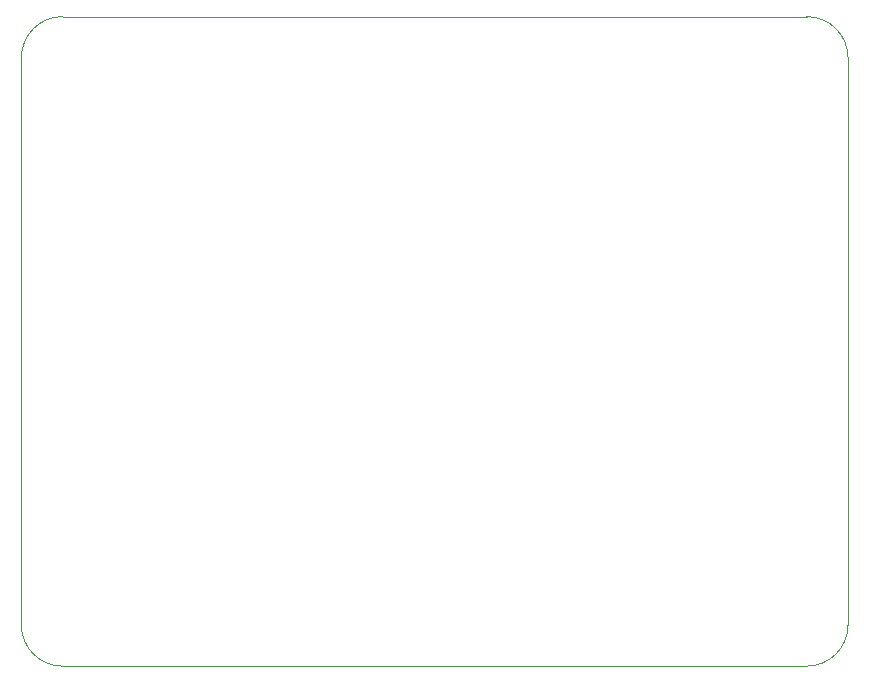
<source format=gbr>
%TF.GenerationSoftware,KiCad,Pcbnew,8.0.0*%
%TF.CreationDate,2024-03-04T13:39:21+01:00*%
%TF.ProjectId,ACS712-module,41435337-3132-42d6-9d6f-64756c652e6b,rev?*%
%TF.SameCoordinates,Original*%
%TF.FileFunction,Profile,NP*%
%FSLAX46Y46*%
G04 Gerber Fmt 4.6, Leading zero omitted, Abs format (unit mm)*
G04 Created by KiCad (PCBNEW 8.0.0) date 2024-03-04 13:39:21*
%MOMM*%
%LPD*%
G01*
G04 APERTURE LIST*
%TA.AperFunction,Profile*%
%ADD10C,0.100000*%
%TD*%
G04 APERTURE END LIST*
D10*
X113500000Y-70000000D02*
X176500000Y-70000000D01*
X180000000Y-121500000D02*
G75*
G02*
X176500000Y-125000000I-3500000J0D01*
G01*
X176500000Y-125000000D02*
X113500000Y-125000000D01*
X180000000Y-73500000D02*
X180000000Y-121500000D01*
X110000000Y-73500000D02*
G75*
G02*
X113500000Y-70000000I3500000J0D01*
G01*
X113500000Y-125000000D02*
G75*
G02*
X110000000Y-121500000I0J3500000D01*
G01*
X110000000Y-121500000D02*
X110000000Y-73500000D01*
X176500000Y-70000000D02*
G75*
G02*
X180000000Y-73500000I0J-3500000D01*
G01*
M02*

</source>
